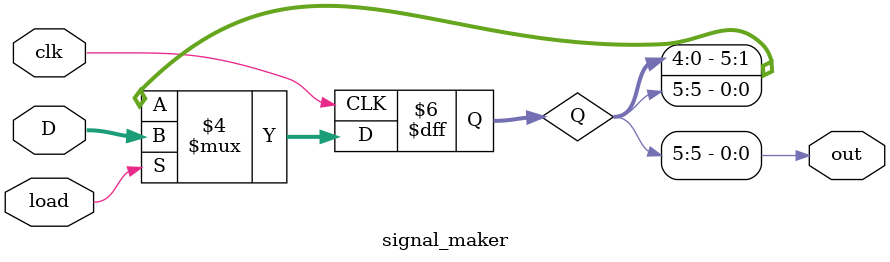
<source format=v>
module signal_maker(out, clk ,load, D);
    parameter DATA_WIDTH = 6;
    output out;
    input clk, load;
    input [DATA_WIDTH-1:0] D;
    reg [DATA_WIDTH-1:0] Q;

initial Q=6'b110011;

always @(posedge clk) begin
    if (load) Q<=D;
    else Q<={Q[DATA_WIDTH-2:0],Q[DATA_WIDTH-1]};
end

assign out = Q[DATA_WIDTH-1];


endmodule

</source>
